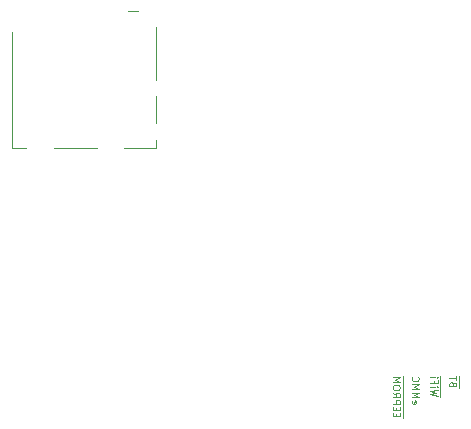
<source format=gbo>
G04 #@! TF.GenerationSoftware,KiCad,Pcbnew,(5.1.9)-1*
G04 #@! TF.CreationDate,2021-09-17T14:30:20-04:00*
G04 #@! TF.ProjectId,cm4-carrier-net,636d342d-6361-4727-9269-65722d74656d,rev?*
G04 #@! TF.SameCoordinates,Original*
G04 #@! TF.FileFunction,Legend,Bot*
G04 #@! TF.FilePolarity,Positive*
%FSLAX46Y46*%
G04 Gerber Fmt 4.6, Leading zero omitted, Abs format (unit mm)*
G04 Created by KiCad (PCBNEW (5.1.9)-1) date 2021-09-17 14:30:20*
%MOMM*%
%LPD*%
G01*
G04 APERTURE LIST*
%ADD10C,0.100000*%
%ADD11C,0.120000*%
%ADD12C,0.800000*%
%ADD13C,0.650000*%
%ADD14O,0.900000X1.700000*%
%ADD15O,0.900000X2.000000*%
%ADD16C,6.100000*%
%ADD17C,2.200000*%
%ADD18C,1.500000*%
%ADD19C,3.250000*%
%ADD20C,1.524000*%
%ADD21C,0.800000*%
%ADD22C,5.400000*%
%ADD23R,1.900000X1.350000*%
%ADD24R,1.200000X1.000000*%
%ADD25R,1.550000X1.350000*%
%ADD26R,1.170000X1.800000*%
%ADD27R,0.850000X1.100000*%
%ADD28R,0.750000X1.100000*%
G04 APERTURE END LIST*
D10*
X148162000Y-131065000D02*
X148162000Y-130522142D01*
X147642857Y-130922142D02*
X147642857Y-130722142D01*
X147328571Y-130636428D02*
X147328571Y-130922142D01*
X147928571Y-130922142D01*
X147928571Y-130636428D01*
X148162000Y-130522142D02*
X148162000Y-129979285D01*
X147642857Y-130379285D02*
X147642857Y-130179285D01*
X147328571Y-130093571D02*
X147328571Y-130379285D01*
X147928571Y-130379285D01*
X147928571Y-130093571D01*
X148162000Y-129979285D02*
X148162000Y-129379285D01*
X147328571Y-129836428D02*
X147928571Y-129836428D01*
X147928571Y-129607857D01*
X147900000Y-129550714D01*
X147871428Y-129522142D01*
X147814285Y-129493571D01*
X147728571Y-129493571D01*
X147671428Y-129522142D01*
X147642857Y-129550714D01*
X147614285Y-129607857D01*
X147614285Y-129836428D01*
X148162000Y-129379285D02*
X148162000Y-128779285D01*
X147328571Y-128893571D02*
X147614285Y-129093571D01*
X147328571Y-129236428D02*
X147928571Y-129236428D01*
X147928571Y-129007857D01*
X147900000Y-128950714D01*
X147871428Y-128922142D01*
X147814285Y-128893571D01*
X147728571Y-128893571D01*
X147671428Y-128922142D01*
X147642857Y-128950714D01*
X147614285Y-129007857D01*
X147614285Y-129236428D01*
X148162000Y-128779285D02*
X148162000Y-128150714D01*
X147928571Y-128522142D02*
X147928571Y-128407857D01*
X147900000Y-128350714D01*
X147842857Y-128293571D01*
X147728571Y-128265000D01*
X147528571Y-128265000D01*
X147414285Y-128293571D01*
X147357142Y-128350714D01*
X147328571Y-128407857D01*
X147328571Y-128522142D01*
X147357142Y-128579285D01*
X147414285Y-128636428D01*
X147528571Y-128665000D01*
X147728571Y-128665000D01*
X147842857Y-128636428D01*
X147900000Y-128579285D01*
X147928571Y-128522142D01*
X148162000Y-128150714D02*
X148162000Y-127465000D01*
X147328571Y-128007857D02*
X147928571Y-128007857D01*
X147500000Y-127807857D01*
X147928571Y-127607857D01*
X147328571Y-127607857D01*
X152962000Y-128522142D02*
X152962000Y-127922142D01*
X152442857Y-128179285D02*
X152414285Y-128093571D01*
X152385714Y-128065000D01*
X152328571Y-128036428D01*
X152242857Y-128036428D01*
X152185714Y-128065000D01*
X152157142Y-128093571D01*
X152128571Y-128150714D01*
X152128571Y-128379285D01*
X152728571Y-128379285D01*
X152728571Y-128179285D01*
X152700000Y-128122142D01*
X152671428Y-128093571D01*
X152614285Y-128065000D01*
X152557142Y-128065000D01*
X152500000Y-128093571D01*
X152471428Y-128122142D01*
X152442857Y-128179285D01*
X152442857Y-128379285D01*
X152962000Y-127922142D02*
X152962000Y-127465000D01*
X152728571Y-127865000D02*
X152728571Y-127522142D01*
X152128571Y-127693571D02*
X152728571Y-127693571D01*
X148957142Y-129579285D02*
X148928571Y-129636428D01*
X148928571Y-129750714D01*
X148957142Y-129807857D01*
X149014285Y-129836428D01*
X149242857Y-129836428D01*
X149300000Y-129807857D01*
X149328571Y-129750714D01*
X149328571Y-129636428D01*
X149300000Y-129579285D01*
X149242857Y-129550714D01*
X149185714Y-129550714D01*
X149128571Y-129836428D01*
X148928571Y-129293571D02*
X149528571Y-129293571D01*
X149100000Y-129093571D01*
X149528571Y-128893571D01*
X148928571Y-128893571D01*
X148928571Y-128607857D02*
X149528571Y-128607857D01*
X149100000Y-128407857D01*
X149528571Y-128207857D01*
X148928571Y-128207857D01*
X148985714Y-127579285D02*
X148957142Y-127607857D01*
X148928571Y-127693571D01*
X148928571Y-127750714D01*
X148957142Y-127836428D01*
X149014285Y-127893571D01*
X149071428Y-127922142D01*
X149185714Y-127950714D01*
X149271428Y-127950714D01*
X149385714Y-127922142D01*
X149442857Y-127893571D01*
X149500000Y-127836428D01*
X149528571Y-127750714D01*
X149528571Y-127693571D01*
X149500000Y-127607857D01*
X149471428Y-127579285D01*
X151362000Y-129236428D02*
X151362000Y-128550714D01*
X151128571Y-129150714D02*
X150528571Y-129007857D01*
X150957142Y-128893571D01*
X150528571Y-128779285D01*
X151128571Y-128636428D01*
X151362000Y-128550714D02*
X151362000Y-128265000D01*
X150528571Y-128407857D02*
X150928571Y-128407857D01*
X151128571Y-128407857D02*
X151100000Y-128436428D01*
X151071428Y-128407857D01*
X151100000Y-128379285D01*
X151128571Y-128407857D01*
X151071428Y-128407857D01*
X151362000Y-128265000D02*
X151362000Y-127750714D01*
X150842857Y-127922142D02*
X150842857Y-128122142D01*
X150528571Y-128122142D02*
X151128571Y-128122142D01*
X151128571Y-127836428D01*
X151362000Y-127750714D02*
X151362000Y-127465000D01*
X150528571Y-127607857D02*
X150928571Y-127607857D01*
X151128571Y-127607857D02*
X151100000Y-127636428D01*
X151071428Y-127607857D01*
X151100000Y-127579285D01*
X151128571Y-127607857D01*
X151071428Y-127607857D01*
D11*
G04 #@! TO.C,J2*
X127270000Y-97950000D02*
X127270000Y-102400000D01*
X127270000Y-103800000D02*
X127270000Y-106100000D01*
X127270000Y-107500000D02*
X127270000Y-108220000D01*
X127270000Y-108220000D02*
X124590000Y-108220000D01*
X122290000Y-108220000D02*
X118620000Y-108220000D01*
X116320000Y-108220000D02*
X115090000Y-108220000D01*
X115090000Y-108220000D02*
X115090000Y-98400000D01*
X125790000Y-96580000D02*
X124930000Y-96580000D01*
G04 #@! TD*
%LPC*%
D12*
G04 #@! TO.C,JP4*
X147700000Y-125363400D02*
X147700000Y-126735000D01*
G04 #@! TO.C,JP1*
X149300000Y-125363400D02*
X149300000Y-126735000D01*
G04 #@! TO.C,JP2*
X150900000Y-125363400D02*
X150900000Y-126735000D01*
G04 #@! TO.C,JP3*
X152500000Y-125363400D02*
X152500000Y-126735000D01*
G04 #@! TD*
D13*
G04 #@! TO.C,J1*
X98890000Y-99730000D03*
X93110000Y-99730000D03*
D14*
X91680000Y-96060000D03*
X100320000Y-96060000D03*
D15*
X91680000Y-100230000D03*
X100320000Y-100230000D03*
G04 #@! TD*
G04 #@! TO.C,JP4*
G36*
G01*
X147460000Y-124965000D02*
X147940000Y-124965000D01*
G75*
G02*
X148100000Y-125125000I0J-160000D01*
G01*
X148100000Y-125805000D01*
G75*
G02*
X147940000Y-125965000I-160000J0D01*
G01*
X147460000Y-125965000D01*
G75*
G02*
X147300000Y-125805000I0J160000D01*
G01*
X147300000Y-125125000D01*
G75*
G02*
X147460000Y-124965000I160000J0D01*
G01*
G37*
G36*
G01*
X147500000Y-126235000D02*
X147900000Y-126235000D01*
G75*
G02*
X148100000Y-126435000I0J-200000D01*
G01*
X148100000Y-127035000D01*
G75*
G02*
X147900000Y-127235000I-200000J0D01*
G01*
X147500000Y-127235000D01*
G75*
G02*
X147300000Y-127035000I0J200000D01*
G01*
X147300000Y-126435000D01*
G75*
G02*
X147500000Y-126235000I200000J0D01*
G01*
G37*
G04 #@! TD*
G04 #@! TO.C,JP1*
G36*
G01*
X149060000Y-124965000D02*
X149540000Y-124965000D01*
G75*
G02*
X149700000Y-125125000I0J-160000D01*
G01*
X149700000Y-125805000D01*
G75*
G02*
X149540000Y-125965000I-160000J0D01*
G01*
X149060000Y-125965000D01*
G75*
G02*
X148900000Y-125805000I0J160000D01*
G01*
X148900000Y-125125000D01*
G75*
G02*
X149060000Y-124965000I160000J0D01*
G01*
G37*
G36*
G01*
X149100000Y-126235000D02*
X149500000Y-126235000D01*
G75*
G02*
X149700000Y-126435000I0J-200000D01*
G01*
X149700000Y-127035000D01*
G75*
G02*
X149500000Y-127235000I-200000J0D01*
G01*
X149100000Y-127235000D01*
G75*
G02*
X148900000Y-127035000I0J200000D01*
G01*
X148900000Y-126435000D01*
G75*
G02*
X149100000Y-126235000I200000J0D01*
G01*
G37*
G04 #@! TD*
G04 #@! TO.C,JP2*
G36*
G01*
X150660000Y-124965000D02*
X151140000Y-124965000D01*
G75*
G02*
X151300000Y-125125000I0J-160000D01*
G01*
X151300000Y-125805000D01*
G75*
G02*
X151140000Y-125965000I-160000J0D01*
G01*
X150660000Y-125965000D01*
G75*
G02*
X150500000Y-125805000I0J160000D01*
G01*
X150500000Y-125125000D01*
G75*
G02*
X150660000Y-124965000I160000J0D01*
G01*
G37*
G36*
G01*
X150700000Y-126235000D02*
X151100000Y-126235000D01*
G75*
G02*
X151300000Y-126435000I0J-200000D01*
G01*
X151300000Y-127035000D01*
G75*
G02*
X151100000Y-127235000I-200000J0D01*
G01*
X150700000Y-127235000D01*
G75*
G02*
X150500000Y-127035000I0J200000D01*
G01*
X150500000Y-126435000D01*
G75*
G02*
X150700000Y-126235000I200000J0D01*
G01*
G37*
G04 #@! TD*
G04 #@! TO.C,JP3*
G36*
G01*
X152260000Y-124965000D02*
X152740000Y-124965000D01*
G75*
G02*
X152900000Y-125125000I0J-160000D01*
G01*
X152900000Y-125805000D01*
G75*
G02*
X152740000Y-125965000I-160000J0D01*
G01*
X152260000Y-125965000D01*
G75*
G02*
X152100000Y-125805000I0J160000D01*
G01*
X152100000Y-125125000D01*
G75*
G02*
X152260000Y-124965000I160000J0D01*
G01*
G37*
G36*
G01*
X152300000Y-126235000D02*
X152700000Y-126235000D01*
G75*
G02*
X152900000Y-126435000I0J-200000D01*
G01*
X152900000Y-127035000D01*
G75*
G02*
X152700000Y-127235000I-200000J0D01*
G01*
X152300000Y-127235000D01*
G75*
G02*
X152100000Y-127035000I0J200000D01*
G01*
X152100000Y-126435000D01*
G75*
G02*
X152300000Y-126235000I200000J0D01*
G01*
G37*
G04 #@! TD*
D16*
G04 #@! TO.C,U5*
X110500000Y-130500000D03*
X158500000Y-97500000D03*
X158500000Y-130500000D03*
X110500000Y-97500000D03*
G04 #@! TD*
D17*
G04 #@! TO.C,J3*
X88250000Y-121700000D03*
X103750000Y-121700000D03*
D18*
X89215000Y-129000000D03*
X89215000Y-131030000D03*
X102785000Y-129000000D03*
D19*
X101715000Y-124750000D03*
D20*
X90285000Y-115860000D03*
X92825000Y-115860000D03*
X95365000Y-115860000D03*
X97905000Y-115860000D03*
X100445000Y-115860000D03*
X91555000Y-118400000D03*
X94095000Y-118400000D03*
X96635000Y-118400000D03*
G36*
G01*
X102096000Y-119162000D02*
X101334000Y-119162000D01*
G75*
G02*
X100953000Y-118781000I0J381000D01*
G01*
X100953000Y-118019000D01*
G75*
G02*
X101334000Y-117638000I381000J0D01*
G01*
X102096000Y-117638000D01*
G75*
G02*
X102477000Y-118019000I0J-381000D01*
G01*
X102477000Y-118781000D01*
G75*
G02*
X102096000Y-119162000I-381000J0D01*
G01*
G37*
X99175000Y-118400000D03*
D19*
X90285000Y-124750000D03*
D18*
X102785000Y-131030000D03*
G04 #@! TD*
G04 #@! TO.C,FID6*
X153500000Y-97500000D03*
G04 #@! TD*
G04 #@! TO.C,FID5*
X158500000Y-125500000D03*
G04 #@! TD*
G04 #@! TO.C,FID4*
X110500000Y-125500000D03*
G04 #@! TD*
D21*
G04 #@! TO.C,H4*
X167931891Y-129068109D03*
X166500000Y-128475000D03*
X165068109Y-129068109D03*
X164475000Y-130500000D03*
X165068109Y-131931891D03*
X166500000Y-132525000D03*
X167931891Y-131931891D03*
X168525000Y-130500000D03*
D22*
X166500000Y-130500000D03*
G04 #@! TD*
D21*
G04 #@! TO.C,H3*
X167931891Y-96068109D03*
X166500000Y-95475000D03*
X165068109Y-96068109D03*
X164475000Y-97500000D03*
X165068109Y-98931891D03*
X166500000Y-99525000D03*
X167931891Y-98931891D03*
X168525000Y-97500000D03*
D22*
X166500000Y-97500000D03*
G04 #@! TD*
D23*
G04 #@! TO.C,J2*
X117470000Y-107775000D03*
X123440000Y-107775000D03*
D24*
X126940000Y-103100000D03*
X126940000Y-106800000D03*
D25*
X126765000Y-97075000D03*
D26*
X115445000Y-97300000D03*
D27*
X117705000Y-96950000D03*
X118805000Y-96950000D03*
X119905000Y-96950000D03*
X121005000Y-96950000D03*
X122105000Y-96950000D03*
X123205000Y-96950000D03*
D28*
X116655000Y-96950000D03*
D27*
X124305000Y-96950000D03*
G04 #@! TD*
D21*
G04 #@! TO.C,H2*
X84931891Y-129068109D03*
X83500000Y-128475000D03*
X82068109Y-129068109D03*
X81475000Y-130500000D03*
X82068109Y-131931891D03*
X83500000Y-132525000D03*
X84931891Y-131931891D03*
X85525000Y-130500000D03*
D22*
X83500000Y-130500000D03*
G04 #@! TD*
D21*
G04 #@! TO.C,H1*
X84931891Y-96068109D03*
X83500000Y-95475000D03*
X82068109Y-96068109D03*
X81475000Y-97500000D03*
X82068109Y-98931891D03*
X83500000Y-99525000D03*
X84931891Y-98931891D03*
X85525000Y-97500000D03*
D22*
X83500000Y-97500000D03*
G04 #@! TD*
M02*

</source>
